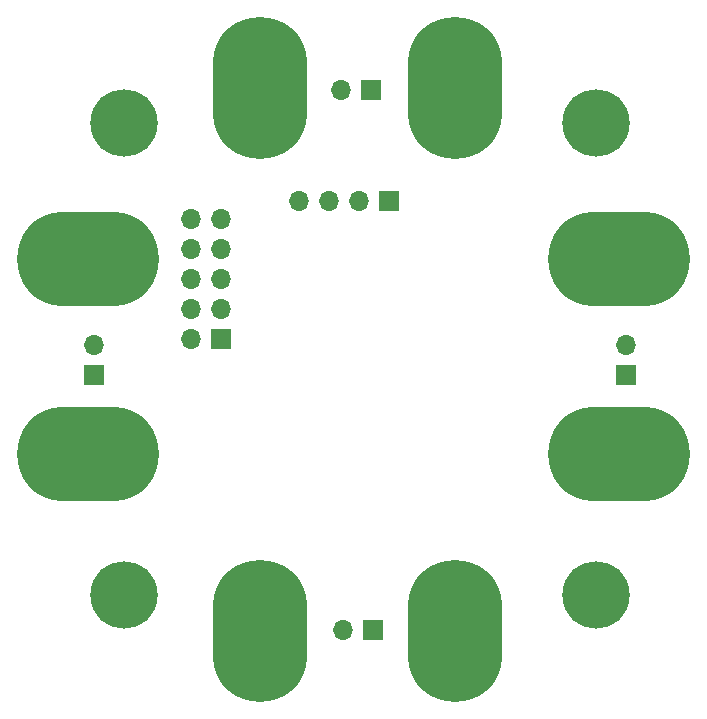
<source format=gbr>
%TF.GenerationSoftware,KiCad,Pcbnew,(5.1.8-0-10_14)*%
%TF.CreationDate,2021-02-18T22:33:31+08:00*%
%TF.ProjectId,batt_board,62617474-5f62-46f6-9172-642e6b696361,v0.2*%
%TF.SameCoordinates,Original*%
%TF.FileFunction,Soldermask,Bot*%
%TF.FilePolarity,Negative*%
%FSLAX46Y46*%
G04 Gerber Fmt 4.6, Leading zero omitted, Abs format (unit mm)*
G04 Created by KiCad (PCBNEW (5.1.8-0-10_14)) date 2021-02-18 22:33:31*
%MOMM*%
%LPD*%
G01*
G04 APERTURE LIST*
%ADD10R,1.700000X1.700000*%
%ADD11O,1.700000X1.700000*%
%ADD12O,8.000000X12.000000*%
%ADD13O,12.000000X8.000000*%
%ADD14C,5.700000*%
%ADD15C,3.600000*%
G04 APERTURE END LIST*
D10*
%TO.C,conn2upper1*%
X128270000Y-83312000D03*
D11*
X125730000Y-83312000D03*
X128270000Y-80772000D03*
X125730000Y-80772000D03*
X128270000Y-78232000D03*
X125730000Y-78232000D03*
X128270000Y-75692000D03*
X125730000Y-75692000D03*
X128270000Y-73152000D03*
X125730000Y-73152000D03*
%TD*%
D12*
%TO.C,J2*%
X148077200Y-108050800D03*
X131567200Y-108050800D03*
%TD*%
D13*
%TO.C,J5*%
X116949200Y-93077200D03*
X116949200Y-76567200D03*
%TD*%
%TO.C,J4*%
X161949200Y-93077200D03*
X161949200Y-76567200D03*
%TD*%
D12*
%TO.C,J3*%
X148077200Y-62050800D03*
X131567200Y-62050800D03*
%TD*%
D14*
%TO.C,H4*%
X160000000Y-65000000D03*
D15*
X160000000Y-65000000D03*
%TD*%
D14*
%TO.C,H2*%
X120000000Y-105000000D03*
D15*
X120000000Y-105000000D03*
%TD*%
D10*
%TO.C,Receiver1*%
X142494000Y-71628000D03*
D11*
X139954000Y-71628000D03*
X137414000Y-71628000D03*
X134874000Y-71628000D03*
%TD*%
D14*
%TO.C,H3*%
X160000000Y-105000000D03*
D15*
X160000000Y-105000000D03*
%TD*%
D14*
%TO.C,H1*%
X120000000Y-65000000D03*
D15*
X120000000Y-65000000D03*
%TD*%
D11*
%TO.C,CH4*%
X117475000Y-83820000D03*
D10*
X117475000Y-86360000D03*
%TD*%
D11*
%TO.C,CH3*%
X138532200Y-107950000D03*
D10*
X141072200Y-107950000D03*
%TD*%
D11*
%TO.C,CH2*%
X162560000Y-83820000D03*
D10*
X162560000Y-86360000D03*
%TD*%
D11*
%TO.C,CH1*%
X138430000Y-62230000D03*
D10*
X140970000Y-62230000D03*
%TD*%
M02*

</source>
